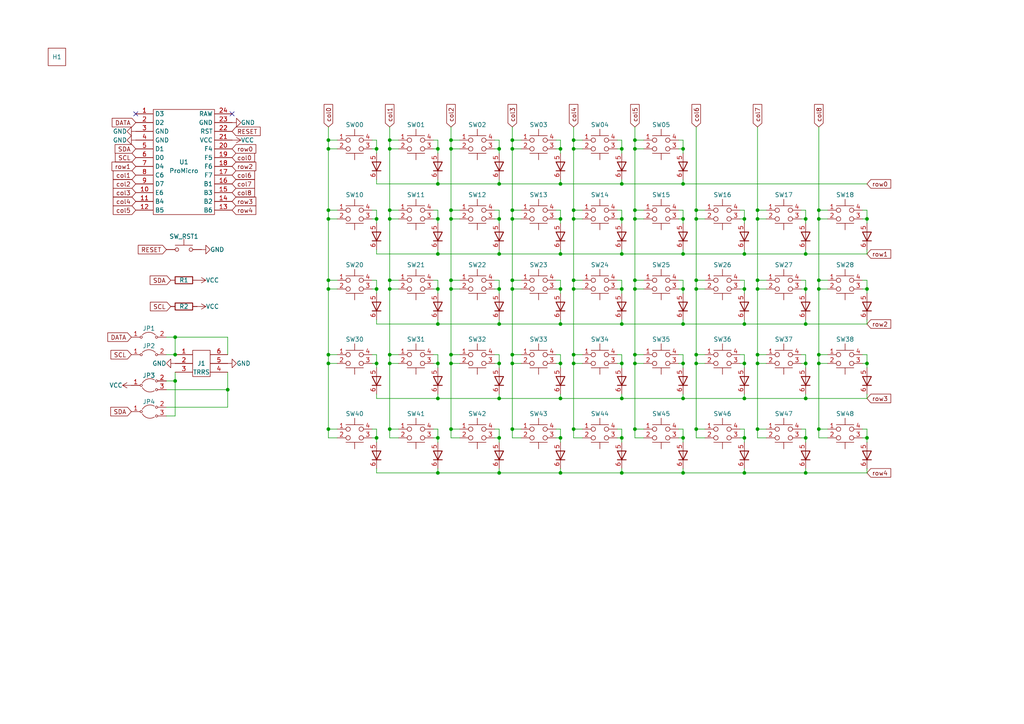
<source format=kicad_sch>
(kicad_sch (version 20230121) (generator eeschema)
  (paper "A4")
  (lib_symbols
    (symbol "Device:R" (pin_numbers hide) (pin_names (offset 0))
      (property "Reference" "R" (at 2.032 0 90))
      (property "Value" "R" (at 0 0 90))
      (symbol "R_0_1"
        (rectangle (start -1.016 -2.54) (end 1.016 2.54) (stroke (width 0.254)))
      )
      (symbol "R_1_1"
        (pin passive line (at 0 3.81 270) (length 1.27) (name "~") (number "1"))
        (pin passive line (at 0 -3.81 90) (length 1.27) (name "~") (number "2"))
      )
    )
    (symbol "keyboard:Jumper"
      (property "Reference" "JP" (at 0 2.54 0))
      (symbol "Jumper_0_1"
        (circle (center -2.2225 0) (radius 0.3175))
        (arc (start 1.905 0.635) (mid 0 1.4204) (end -1.905 0.635))
        (circle (center 2.2225 0) (radius 0.3175))
      )
      (symbol "Jumper_1_1"
        (pin passive line (at -5.08 0 0) (length 2.54) (name "") (number "1"))
        (pin passive line (at 5.08 0 180) (length 2.54) (name "") (number "2"))
      )
    )
    (symbol "keyboard:JumperSplit"
      (property "Reference" "JP" (at 0 2.8575 0))
      (symbol "JumperSplit_0_1"
        (circle (center -2.2225 0) (radius 0.3175))
        (arc (start -1.905 -0.635) (mid -0.356 -1.8346) (end 1.5875 -1.5875))
        (arc (start 1.5875 1.5875) (mid -0.356 1.8346) (end -1.905 0.635))
        (circle (center 2.2225 -1.27) (radius 0.3175))
        (circle (center 2.2225 1.27) (radius 0.3175))
      )
      (symbol "JumperSplit_1_1"
        (pin passive line (at -5.08 0 0) (length 2.54) (name "") (number "1"))
        (pin passive line (at 5.08 1.27 180) (length 2.54) (name "") (number "2"))
        (pin passive line (at 5.08 -1.27 180) (length 2.54) (name "") (number "3"))
      )
    )
    (symbol "keyboard:Key"
      (property "Reference" "SW" (at 0 5.715 0))
      (property "Value" "Key" (at 0 -5.715 0))
      (symbol "Key_0_1"
        (circle (center -1.905 -1.27) (radius 0.635))
        (circle (center -1.905 1.27) (radius 0.635))
        (polyline (pts (xy -2.54 -2.54) (xy 2.54 -2.54)))
        (polyline (pts (xy -2.54 2.54) (xy 2.54 2.54)))
        (polyline (pts (xy 0 -4.445) (xy 0 -2.54)))
        (polyline (pts (xy 0 2.54) (xy 0 4.445)))
        (polyline (pts (xy 5.08 -7.62) (xy 7.62 -7.62)) (stroke (width 0.254)))
        (polyline (pts (xy 6.35 -5.08) (xy 6.35 -7.62)))
        (polyline (pts (xy 5.08 -5.08) (xy 7.62 -5.08) (xy 6.35 -7.62) (xy 5.08 -5.08)) (stroke (width 0.254)))
        (circle (center 1.905 -1.27) (radius 0.635))
        (circle (center 1.905 1.27) (radius 0.635))
      )
      (symbol "Key_1_1"
        (pin bidirectional line (at -5.08 1.27 0) (length 2.54) (name "") (number "1"))
        (pin bidirectional line (at -5.08 -1.27 0) (length 2.54) (name "") (number "2"))
        (pin bidirectional line (at 5.08 -1.27 180) (length 2.54) (name "") (number "3"))
        (pin bidirectional line (at 5.08 1.27 180) (length 2.54) (name "") (number "4"))
        (pin bidirectional line (at 6.35 -2.54 270) (length 2.54) (name "") (number "5"))
        (pin bidirectional line (at 6.35 -10.16 90) (length 2.54) (name "") (number "6"))
      )
    )
    (symbol "keyboard:PJ-320A"
      (property "Reference" "J" (at 0 0 0))
      (property "Value" "TRRS" (at 0 -2.54 0))
      (symbol "PJ-320A_0_1"
        (rectangle (start -2.54 3.81) (end 2.54 -3.81))
      )
      (symbol "PJ-320A_1_1"
        (pin bidirectional line (at -7.62 2.54 0) (length 5.08) (name "") (number "1"))
        (pin bidirectional line (at -7.62 0 0) (length 5.08) (name "") (number "2"))
        (pin bidirectional line (at -7.62 -2.54 0) (length 5.08) (name "") (number "3"))
        (pin bidirectional line (at 7.62 -2.54 180) (length 5.08) (name "") (number "4"))
        (pin bidirectional line (at 7.62 0 180) (length 5.08) (name "") (number "5"))
        (pin bidirectional line (at 7.62 2.54 180) (length 5.08) (name "") (number "6"))
      )
    )
    (symbol "keyboard:ProMicro"
      (property "Reference" "U" (at 0 0 0))
      (property "Value" "ProMicro" (at 0 -2.54 0))
      (symbol "ProMicro_0_1"
        (rectangle (start -8.89 15.24) (end 8.89 -15.24))
      )
      (symbol "ProMicro_1_1"
        (pin bidirectional line (at -13.97 13.97 0) (length 5.08) (name "D3") (number "1"))
        (pin bidirectional line (at -13.97 -8.89 0) (length 5.08) (name "E6") (number "10"))
        (pin bidirectional line (at -13.97 -11.43 0) (length 5.08) (name "B4") (number "11"))
        (pin bidirectional line (at -13.97 -13.97 0) (length 5.08) (name "B5") (number "12"))
        (pin bidirectional line (at 13.97 -13.97 180) (length 5.08) (name "B6") (number "13"))
        (pin bidirectional line (at 13.97 -11.43 180) (length 5.08) (name "B2") (number "14"))
        (pin bidirectional line (at 13.97 -8.89 180) (length 5.08) (name "B3") (number "15"))
        (pin bidirectional line (at 13.97 -6.35 180) (length 5.08) (name "B1") (number "16"))
        (pin bidirectional line (at 13.97 -3.81 180) (length 5.08) (name "F7") (number "17"))
        (pin bidirectional line (at 13.97 -1.27 180) (length 5.08) (name "F6") (number "18"))
        (pin bidirectional line (at 13.97 1.27 180) (length 5.08) (name "F5") (number "19"))
        (pin bidirectional line (at -13.97 11.43 0) (length 5.08) (name "D2") (number "2"))
        (pin bidirectional line (at 13.97 3.81 180) (length 5.08) (name "F4") (number "20"))
        (pin power_out line (at 13.97 6.35 180) (length 5.08) (name "VCC") (number "21"))
        (pin bidirectional line (at 13.97 8.89 180) (length 5.08) (name "RST") (number "22"))
        (pin power_out line (at 13.97 11.43 180) (length 5.08) (name "GND") (number "23"))
        (pin bidirectional line (at 13.97 13.97 180) (length 5.08) (name "RAW") (number "24"))
        (pin power_out line (at -13.97 8.89 0) (length 5.08) (name "GND") (number "3"))
        (pin power_out line (at -13.97 6.35 0) (length 5.08) (name "GND") (number "4"))
        (pin bidirectional line (at -13.97 3.81 0) (length 5.08) (name "D1") (number "5"))
        (pin bidirectional line (at -13.97 1.27 0) (length 5.08) (name "D0") (number "6"))
        (pin bidirectional line (at -13.97 -1.27 0) (length 5.08) (name "D4") (number "7"))
        (pin bidirectional line (at -13.97 -3.81 0) (length 5.08) (name "C6") (number "8"))
        (pin bidirectional line (at -13.97 -6.35 0) (length 5.08) (name "D7") (number "9"))
      )
    )
    (symbol "keyboard:RightPate"
      (property "Reference" "H" (at 0 0 0))
      (symbol "RightPate_0_1"
        (rectangle (start -2.54 2.54) (end 2.54 -2.54))
      )
    )
    (symbol "keyboard:SW_Push" (pin_numbers hide) (pin_names (offset 1.016) hide)
      (property "Reference" "SW_RST1" (at 0 3.81 0))
      (symbol "SW_Push_0_1"
        (circle (center -2.032 0) (radius 0.508))
        (polyline (pts (xy 0 1.27) (xy 0 3.048)))
        (polyline (pts (xy 2.54 1.27) (xy -2.54 1.27)))
        (circle (center 2.032 0) (radius 0.508))
        (pin passive line (at -5.08 0 0) (length 2.54) (name "1") (number "1"))
        (pin passive line (at 5.08 0 180) (length 2.54) (name "2") (number "2"))
      )
    )
    (symbol "power:GND" (power) (pin_names (offset 0))
      (property "Value" "GND" (at 0 -3.81 0))
      (symbol "GND_0_1"
        (polyline (pts (xy 0 0) (xy 0 -1.27) (xy 1.27 -1.27) (xy 0 -2.54) (xy -1.27 -1.27) (xy 0 -1.27)))
      )
      (symbol "GND_1_1"
        (pin power_in line (at 0 0 270) (length 0) hide (name "GND") (number "1"))
      )
    )
    (symbol "power:VCC" (power) (pin_names (offset 0))
      (property "Value" "VCC" (at 0 3.81 0))
      (symbol "VCC_0_1"
        (polyline (pts (xy -0.762 1.27) (xy 0 2.54)))
        (polyline (pts (xy 0 0) (xy 0 2.54)))
        (polyline (pts (xy 0 2.54) (xy 0.762 1.27)))
      )
      (symbol "VCC_1_1"
        (pin power_in line (at 0 0 90) (length 0) hide (name "VCC") (number "1"))
      )
    )
  )
  (junction (at 233.68 63.5))
  (junction (at 219.71 81.28))
  (junction (at 184.15 43.18))
  (junction (at 95.25 124.46))
  (junction (at 237.49 102.87))
  (junction (at 184.15 60.96))
  (junction (at 251.46 127))
  (junction (at 166.37 60.96))
  (junction (at 166.37 40.64))
  (junction (at 148.59 60.96))
  (junction (at 201.93 63.5))
  (junction (at 148.59 102.87))
  (junction (at 130.81 105.41))
  (junction (at 162.56 93.98))
  (junction (at 130.81 124.46))
  (junction (at 184.15 81.28))
  (junction (at 144.78 115.57))
  (junction (at 144.78 137.16))
  (junction (at 162.56 137.16))
  (junction (at 66.04 113.03))
  (junction (at 127 115.57))
  (junction (at 95.25 102.87))
  (junction (at 148.59 63.5))
  (junction (at 201.93 105.41))
  (junction (at 166.37 83.82))
  (junction (at 113.03 40.64))
  (junction (at 109.22 83.82))
  (junction (at 166.37 124.46))
  (junction (at 130.81 63.5))
  (junction (at 130.81 40.64))
  (junction (at 144.78 83.82))
  (junction (at 130.81 60.96))
  (junction (at 237.49 105.41))
  (junction (at 109.22 105.41))
  (junction (at 233.68 137.16))
  (junction (at 162.56 43.18))
  (junction (at 237.49 63.5))
  (junction (at 95.25 63.5))
  (junction (at 184.15 83.82))
  (junction (at 251.46 83.82))
  (junction (at 113.03 105.41))
  (junction (at 148.59 40.64))
  (junction (at 180.34 137.16))
  (junction (at 184.15 105.41))
  (junction (at 184.15 40.64))
  (junction (at 95.25 105.41))
  (junction (at 215.9 127))
  (junction (at 166.37 63.5))
  (junction (at 180.34 83.82))
  (junction (at 215.9 93.98))
  (junction (at 130.81 102.87))
  (junction (at 180.34 115.57))
  (junction (at 144.78 105.41))
  (junction (at 219.71 105.41))
  (junction (at 162.56 115.57))
  (junction (at 109.22 63.5))
  (junction (at 148.59 105.41))
  (junction (at 198.12 73.66))
  (junction (at 148.59 81.28))
  (junction (at 113.03 102.87))
  (junction (at 184.15 102.87))
  (junction (at 95.25 83.82))
  (junction (at 162.56 63.5))
  (junction (at 215.9 115.57))
  (junction (at 233.68 115.57))
  (junction (at 162.56 127))
  (junction (at 219.71 60.96))
  (junction (at 144.78 43.18))
  (junction (at 166.37 43.18))
  (junction (at 201.93 81.28))
  (junction (at 198.12 83.82))
  (junction (at 198.12 43.18))
  (junction (at 95.25 40.64))
  (junction (at 127 63.5))
  (junction (at 198.12 53.34))
  (junction (at 162.56 53.34))
  (junction (at 198.12 93.98))
  (junction (at 198.12 63.5))
  (junction (at 95.25 81.28))
  (junction (at 198.12 115.57))
  (junction (at 144.78 73.66))
  (junction (at 166.37 102.87))
  (junction (at 198.12 127))
  (junction (at 219.71 124.46))
  (junction (at 180.34 43.18))
  (junction (at 109.22 43.18))
  (junction (at 219.71 83.82))
  (junction (at 109.22 127))
  (junction (at 127 127))
  (junction (at 180.34 73.66))
  (junction (at 127 53.34))
  (junction (at 127 93.98))
  (junction (at 130.81 81.28))
  (junction (at 219.71 63.5))
  (junction (at 113.03 81.28))
  (junction (at 180.34 63.5))
  (junction (at 215.9 63.5))
  (junction (at 201.93 60.96))
  (junction (at 127 73.66))
  (junction (at 215.9 83.82))
  (junction (at 95.25 60.96))
  (junction (at 201.93 124.46))
  (junction (at 162.56 105.41))
  (junction (at 113.03 124.46))
  (junction (at 127 137.16))
  (junction (at 233.68 83.82))
  (junction (at 215.9 73.66))
  (junction (at 162.56 73.66))
  (junction (at 50.8 102.87))
  (junction (at 184.15 124.46))
  (junction (at 148.59 124.46))
  (junction (at 233.68 93.98))
  (junction (at 162.56 83.82))
  (junction (at 130.81 83.82))
  (junction (at 127 105.41))
  (junction (at 233.68 73.66))
  (junction (at 180.34 127))
  (junction (at 219.71 102.87))
  (junction (at 50.8 110.49))
  (junction (at 166.37 105.41))
  (junction (at 113.03 43.18))
  (junction (at 148.59 83.82))
  (junction (at 148.59 43.18))
  (junction (at 130.81 43.18))
  (junction (at 198.12 137.16))
  (junction (at 251.46 63.5))
  (junction (at 251.46 105.41))
  (junction (at 113.03 83.82))
  (junction (at 144.78 127))
  (junction (at 184.15 63.5))
  (junction (at 127 83.82))
  (junction (at 144.78 53.34))
  (junction (at 144.78 93.98))
  (junction (at 180.34 105.41))
  (junction (at 127 43.18))
  (junction (at 201.93 83.82))
  (junction (at 113.03 63.5))
  (junction (at 233.68 127))
  (junction (at 215.9 137.16))
  (junction (at 50.8 97.79))
  (junction (at 233.68 105.41))
  (junction (at 166.37 81.28))
  (junction (at 215.9 105.41))
  (junction (at 144.78 63.5))
  (junction (at 237.49 81.28))
  (junction (at 237.49 124.46))
  (junction (at 198.12 105.41))
  (junction (at 180.34 93.98))
  (junction (at 180.34 53.34))
  (junction (at 237.49 83.82))
  (junction (at 237.49 60.96))
  (junction (at 113.03 60.96))
  (junction (at 201.93 102.87))
  (junction (at 95.25 43.18))
  (no_connect (at 67.31 33.02))
  (no_connect (at 39.37 33.02))
  (wire (pts (xy 162.56 53.34) (xy 180.34 53.34)))
  (wire (pts (xy 148.59 63.5) (xy 148.59 81.28)))
  (wire (pts (xy 127 124.46) (xy 127 127)))
  (wire (pts (xy 95.25 40.64) (xy 95.25 43.18)))
  (wire (pts (xy 198.12 60.96) (xy 198.12 63.5)))
  (wire (pts (xy 219.71 81.28) (xy 222.25 81.28)))
  (wire (pts (xy 198.12 73.66) (xy 180.34 73.66)))
  (wire (pts (xy 233.68 102.87) (xy 233.68 105.41)))
  (wire (pts (xy 180.34 40.64) (xy 180.34 43.18)))
  (wire (pts (xy 232.41 102.87) (xy 233.68 102.87)))
  (wire (pts (xy 250.19 105.41) (xy 251.46 105.41)))
  (wire (pts (xy 109.22 63.5) (xy 109.22 64.77)))
  (wire (pts (xy 180.34 81.28) (xy 180.34 83.82)))
  (wire (pts (xy 113.03 124.46) (xy 115.57 124.46)))
  (wire (pts (xy 219.71 60.96) (xy 219.71 63.5)))
  (wire (pts (xy 161.29 60.96) (xy 162.56 60.96)))
  (wire (pts (xy 166.37 105.41) (xy 166.37 124.46)))
  (wire (pts (xy 143.51 124.46) (xy 144.78 124.46)))
  (wire (pts (xy 184.15 83.82) (xy 184.15 102.87)))
  (wire (pts (xy 184.15 124.46) (xy 184.15 127)))
  (wire (pts (xy 151.13 127) (xy 148.59 127)))
  (wire (pts (xy 219.71 81.28) (xy 219.71 83.82)))
  (wire (pts (xy 186.69 63.5) (xy 184.15 63.5)))
  (wire (pts (xy 250.19 124.46) (xy 251.46 124.46)))
  (wire (pts (xy 219.71 124.46) (xy 222.25 124.46)))
  (wire (pts (xy 95.25 43.18) (xy 95.25 60.96)))
  (wire (pts (xy 144.78 60.96) (xy 144.78 63.5)))
  (wire (pts (xy 237.49 124.46) (xy 240.03 124.46)))
  (wire (pts (xy 251.46 127) (xy 251.46 128.27)))
  (wire (pts (xy 179.07 63.5) (xy 180.34 63.5)))
  (wire (pts (xy 219.71 105.41) (xy 219.71 124.46)))
  (wire (pts (xy 66.04 97.79) (xy 66.04 102.87)))
  (wire (pts (xy 161.29 127) (xy 162.56 127)))
  (wire (pts (xy 48.26 118.11) (xy 66.04 118.11)))
  (wire (pts (xy 250.19 60.96) (xy 251.46 60.96)))
  (wire (pts (xy 130.81 102.87) (xy 133.35 102.87)))
  (wire (pts (xy 162.56 83.82) (xy 162.56 85.09)))
  (wire (pts (xy 109.22 105.41) (xy 109.22 106.68)))
  (wire (pts (xy 215.9 83.82) (xy 215.9 85.09)))
  (wire (pts (xy 201.93 81.28) (xy 204.47 81.28)))
  (wire (pts (xy 180.34 63.5) (xy 180.34 64.77)))
  (wire (pts (xy 115.57 105.41) (xy 113.03 105.41)))
  (wire (pts (xy 180.34 93.98) (xy 162.56 93.98)))
  (wire (pts (xy 144.78 72.39) (xy 144.78 73.66)))
  (wire (pts (xy 184.15 60.96) (xy 186.69 60.96)))
  (wire (pts (xy 166.37 36.83) (xy 166.37 40.64)))
  (wire (pts (xy 215.9 105.41) (xy 215.9 106.68)))
  (wire (pts (xy 179.07 105.41) (xy 180.34 105.41)))
  (wire (pts (xy 130.81 40.64) (xy 130.81 43.18)))
  (wire (pts (xy 166.37 60.96) (xy 168.91 60.96)))
  (wire (pts (xy 125.73 43.18) (xy 127 43.18)))
  (wire (pts (xy 130.81 124.46) (xy 133.35 124.46)))
  (wire (pts (xy 233.68 135.89) (xy 233.68 137.16)))
  (wire (pts (xy 198.12 53.34) (xy 251.46 53.34)))
  (wire (pts (xy 127 72.39) (xy 127 73.66)))
  (wire (pts (xy 127 52.07) (xy 127 53.34)))
  (wire (pts (xy 125.73 124.46) (xy 127 124.46)))
  (wire (pts (xy 107.95 124.46) (xy 109.22 124.46)))
  (wire (pts (xy 179.07 60.96) (xy 180.34 60.96)))
  (wire (pts (xy 107.95 102.87) (xy 109.22 102.87)))
  (wire (pts (xy 251.46 83.82) (xy 251.46 85.09)))
  (wire (pts (xy 127 114.3) (xy 127 115.57)))
  (wire (pts (xy 109.22 52.07) (xy 109.22 53.34)))
  (wire (pts (xy 50.8 97.79) (xy 50.8 102.87)))
  (wire (pts (xy 214.63 124.46) (xy 215.9 124.46)))
  (wire (pts (xy 95.25 40.64) (xy 97.79 40.64)))
  (wire (pts (xy 144.78 92.71) (xy 144.78 93.98)))
  (wire (pts (xy 143.51 63.5) (xy 144.78 63.5)))
  (wire (pts (xy 113.03 105.41) (xy 113.03 124.46)))
  (wire (pts (xy 201.93 83.82) (xy 201.93 102.87)))
  (wire (pts (xy 95.25 124.46) (xy 97.79 124.46)))
  (wire (pts (xy 251.46 115.57) (xy 233.68 115.57)))
  (wire (pts (xy 201.93 102.87) (xy 201.93 105.41)))
  (wire (pts (xy 251.46 63.5) (xy 251.46 64.77)))
  (wire (pts (xy 186.69 127) (xy 184.15 127)))
  (wire (pts (xy 162.56 81.28) (xy 162.56 83.82)))
  (wire (pts (xy 125.73 105.41) (xy 127 105.41)))
  (wire (pts (xy 198.12 124.46) (xy 198.12 127)))
  (wire (pts (xy 201.93 81.28) (xy 201.93 83.82)))
  (wire (pts (xy 251.46 135.89) (xy 251.46 137.16)))
  (wire (pts (xy 107.95 43.18) (xy 109.22 43.18)))
  (wire (pts (xy 214.63 83.82) (xy 215.9 83.82)))
  (wire (pts (xy 237.49 63.5) (xy 237.49 81.28)))
  (wire (pts (xy 237.49 81.28) (xy 240.03 81.28)))
  (wire (pts (xy 166.37 63.5) (xy 166.37 81.28)))
  (wire (pts (xy 109.22 53.34) (xy 127 53.34)))
  (wire (pts (xy 151.13 105.41) (xy 148.59 105.41)))
  (wire (pts (xy 184.15 124.46) (xy 186.69 124.46)))
  (wire (pts (xy 109.22 43.18) (xy 109.22 44.45)))
  (wire (pts (xy 179.07 81.28) (xy 180.34 81.28)))
  (wire (pts (xy 127 40.64) (xy 127 43.18)))
  (wire (pts (xy 184.15 40.64) (xy 184.15 43.18)))
  (wire (pts (xy 251.46 93.98) (xy 233.68 93.98)))
  (wire (pts (xy 148.59 40.64) (xy 148.59 43.18)))
  (wire (pts (xy 130.81 124.46) (xy 130.81 127)))
  (wire (pts (xy 219.71 63.5) (xy 219.71 81.28)))
  (wire (pts (xy 130.81 102.87) (xy 130.81 105.41)))
  (wire (pts (xy 198.12 135.89) (xy 198.12 137.16)))
  (wire (pts (xy 233.68 124.46) (xy 233.68 127)))
  (wire (pts (xy 130.81 36.83) (xy 130.81 40.64)))
  (wire (pts (xy 214.63 81.28) (xy 215.9 81.28)))
  (wire (pts (xy 115.57 83.82) (xy 113.03 83.82)))
  (wire (pts (xy 166.37 81.28) (xy 168.91 81.28)))
  (wire (pts (xy 127 127) (xy 127 128.27)))
  (wire (pts (xy 251.46 124.46) (xy 251.46 127)))
  (wire (pts (xy 198.12 81.28) (xy 198.12 83.82)))
  (wire (pts (xy 233.68 63.5) (xy 233.68 64.77)))
  (wire (pts (xy 232.41 60.96) (xy 233.68 60.96)))
  (wire (pts (xy 162.56 127) (xy 162.56 128.27)))
  (wire (pts (xy 113.03 43.18) (xy 113.03 60.96)))
  (wire (pts (xy 127 105.41) (xy 127 106.68)))
  (wire (pts (xy 184.15 102.87) (xy 186.69 102.87)))
  (wire (pts (xy 166.37 102.87) (xy 166.37 105.41)))
  (wire (pts (xy 219.71 36.83) (xy 219.71 60.96)))
  (wire (pts (xy 161.29 43.18) (xy 162.56 43.18)))
  (wire (pts (xy 144.78 105.41) (xy 144.78 106.68)))
  (wire (pts (xy 233.68 81.28) (xy 233.68 83.82)))
  (wire (pts (xy 215.9 92.71) (xy 215.9 93.98)))
  (wire (pts (xy 130.81 81.28) (xy 130.81 83.82)))
  (wire (pts (xy 144.78 81.28) (xy 144.78 83.82)))
  (wire (pts (xy 184.15 81.28) (xy 186.69 81.28)))
  (wire (pts (xy 251.46 92.71) (xy 251.46 93.98)))
  (wire (pts (xy 196.85 124.46) (xy 198.12 124.46)))
  (wire (pts (xy 148.59 105.41) (xy 148.59 124.46)))
  (wire (pts (xy 148.59 36.83) (xy 148.59 40.64)))
  (wire (pts (xy 251.46 137.16) (xy 233.68 137.16)))
  (wire (pts (xy 180.34 102.87) (xy 180.34 105.41)))
  (wire (pts (xy 237.49 36.83) (xy 237.49 60.96)))
  (wire (pts (xy 95.25 36.83) (xy 95.25 40.64)))
  (wire (pts (xy 143.51 83.82) (xy 144.78 83.82)))
  (wire (pts (xy 162.56 60.96) (xy 162.56 63.5)))
  (wire (pts (xy 161.29 83.82) (xy 162.56 83.82)))
  (wire (pts (xy 196.85 102.87) (xy 198.12 102.87)))
  (wire (pts (xy 196.85 83.82) (xy 198.12 83.82)))
  (wire (pts (xy 166.37 40.64) (xy 168.91 40.64)))
  (wire (pts (xy 180.34 124.46) (xy 180.34 127)))
  (wire (pts (xy 180.34 137.16) (xy 162.56 137.16)))
  (wire (pts (xy 251.46 81.28) (xy 251.46 83.82)))
  (wire (pts (xy 161.29 102.87) (xy 162.56 102.87)))
  (wire (pts (xy 222.25 105.41) (xy 219.71 105.41)))
  (wire (pts (xy 148.59 81.28) (xy 148.59 83.82)))
  (wire (pts (xy 144.78 135.89) (xy 144.78 137.16)))
  (wire (pts (xy 109.22 115.57) (xy 127 115.57)))
  (wire (pts (xy 215.9 114.3) (xy 215.9 115.57)))
  (wire (pts (xy 180.34 135.89) (xy 180.34 137.16)))
  (wire (pts (xy 180.34 73.66) (xy 162.56 73.66)))
  (wire (pts (xy 232.41 127) (xy 233.68 127)))
  (wire (pts (xy 162.56 135.89) (xy 162.56 137.16)))
  (wire (pts (xy 162.56 43.18) (xy 162.56 44.45)))
  (wire (pts (xy 127 92.71) (xy 127 93.98)))
  (wire (pts (xy 148.59 40.64) (xy 151.13 40.64)))
  (wire (pts (xy 240.03 83.82) (xy 237.49 83.82)))
  (wire (pts (xy 214.63 105.41) (xy 215.9 105.41)))
  (wire (pts (xy 148.59 83.82) (xy 148.59 102.87)))
  (wire (pts (xy 50.8 102.87) (xy 48.26 102.87)))
  (wire (pts (xy 115.57 127) (xy 113.03 127)))
  (wire (pts (xy 50.8 110.49) (xy 50.8 107.95)))
  (wire (pts (xy 196.85 43.18) (xy 198.12 43.18)))
  (wire (pts (xy 130.81 105.41) (xy 130.81 124.46)))
  (wire (pts (xy 204.47 105.41) (xy 201.93 105.41)))
  (wire (pts (xy 215.9 93.98) (xy 198.12 93.98)))
  (wire (pts (xy 184.15 81.28) (xy 184.15 83.82)))
  (wire (pts (xy 180.34 60.96) (xy 180.34 63.5)))
  (wire (pts (xy 201.93 60.96) (xy 204.47 60.96)))
  (wire (pts (xy 107.95 63.5) (xy 109.22 63.5)))
  (wire (pts (xy 144.78 83.82) (xy 144.78 85.09)))
  (wire (pts (xy 166.37 60.96) (xy 166.37 63.5)))
  (wire (pts (xy 107.95 60.96) (xy 109.22 60.96)))
  (wire (pts (xy 168.91 127) (xy 166.37 127)))
  (wire (pts (xy 215.9 115.57) (xy 198.12 115.57)))
  (wire (pts (xy 107.95 81.28) (xy 109.22 81.28)))
  (wire (pts (xy 127 115.57) (xy 144.78 115.57)))
  (wire (pts (xy 95.25 81.28) (xy 95.25 83.82)))
  (wire (pts (xy 232.41 63.5) (xy 233.68 63.5)))
  (wire (pts (xy 125.73 83.82) (xy 127 83.82)))
  (wire (pts (xy 179.07 124.46) (xy 180.34 124.46)))
  (wire (pts (xy 166.37 81.28) (xy 166.37 83.82)))
  (wire (pts (xy 148.59 124.46) (xy 148.59 127)))
  (wire (pts (xy 107.95 83.82) (xy 109.22 83.82)))
  (wire (pts (xy 251.46 72.39) (xy 251.46 73.66)))
  (wire (pts (xy 184.15 40.64) (xy 186.69 40.64)))
  (wire (pts (xy 215.9 127) (xy 215.9 128.27)))
  (wire (pts (xy 215.9 124.46) (xy 215.9 127)))
  (wire (pts (xy 133.35 63.5) (xy 130.81 63.5)))
  (wire (pts (xy 130.81 60.96) (xy 130.81 63.5)))
  (wire (pts (xy 161.29 40.64) (xy 162.56 40.64)))
  (wire (pts (xy 143.51 60.96) (xy 144.78 60.96)))
  (wire (pts (xy 130.81 40.64) (xy 133.35 40.64)))
  (wire (pts (xy 233.68 137.16) (xy 215.9 137.16)))
  (wire (pts (xy 222.25 63.5) (xy 219.71 63.5)))
  (wire (pts (xy 148.59 124.46) (xy 151.13 124.46)))
  (wire (pts (xy 144.78 40.64) (xy 144.78 43.18)))
  (wire (pts (xy 162.56 93.98) (xy 144.78 93.98)))
  (wire (pts (xy 113.03 36.83) (xy 113.03 40.64)))
  (wire (pts (xy 179.07 40.64) (xy 180.34 40.64)))
  (wire (pts (xy 48.26 120.65) (xy 50.8 120.65)))
  (wire (pts (xy 109.22 127) (xy 109.22 128.27)))
  (wire (pts (xy 127 93.98) (xy 144.78 93.98)))
  (wire (pts (xy 109.22 114.3) (xy 109.22 115.57)))
  (wire (pts (xy 143.51 40.64) (xy 144.78 40.64)))
  (wire (pts (xy 166.37 83.82) (xy 166.37 102.87)))
  (wire (pts (xy 237.49 81.28) (xy 237.49 83.82)))
  (wire (pts (xy 180.34 92.71) (xy 180.34 93.98)))
  (wire (pts (xy 251.46 60.96) (xy 251.46 63.5)))
  (wire (pts (xy 215.9 73.66) (xy 198.12 73.66)))
  (wire (pts (xy 115.57 63.5) (xy 113.03 63.5)))
  (wire (pts (xy 148.59 43.18) (xy 148.59 60.96)))
  (wire (pts (xy 125.73 102.87) (xy 127 102.87)))
  (wire (pts (xy 219.71 102.87) (xy 222.25 102.87)))
  (wire (pts (xy 113.03 81.28) (xy 113.03 83.82)))
  (wire (pts (xy 237.49 60.96) (xy 240.03 60.96)))
  (wire (pts (xy 233.68 105.41) (xy 233.68 106.68)))
  (wire (pts (xy 50.8 97.79) (xy 66.04 97.79)))
  (wire (pts (xy 143.51 127) (xy 144.78 127)))
  (wire (pts (xy 180.34 72.39) (xy 180.34 73.66)))
  (wire (pts (xy 109.22 60.96) (xy 109.22 63.5)))
  (wire (pts (xy 130.81 60.96) (xy 133.35 60.96)))
  (wire (pts (xy 144.78 114.3) (xy 144.78 115.57)))
  (wire (pts (xy 125.73 81.28) (xy 127 81.28)))
  (wire (pts (xy 196.85 81.28) (xy 198.12 81.28)))
  (wire (pts (xy 198.12 105.41) (xy 198.12 106.68)))
  (wire (pts (xy 127 137.16) (xy 144.78 137.16)))
  (wire (pts (xy 166.37 43.18) (xy 166.37 60.96)))
  (wire (pts (xy 127 81.28) (xy 127 83.82)))
  (wire (pts (xy 48.26 113.03) (xy 66.04 113.03)))
  (wire (pts (xy 198.12 93.98) (xy 180.34 93.98)))
  (wire (pts (xy 109.22 92.71) (xy 109.22 93.98)))
  (wire (pts (xy 198.12 63.5) (xy 198.12 64.77)))
  (wire (pts (xy 215.9 135.89) (xy 215.9 137.16)))
  (wire (pts (xy 184.15 63.5) (xy 184.15 81.28)))
  (wire (pts (xy 162.56 53.34) (xy 144.78 53.34)))
  (wire (pts (xy 113.03 63.5) (xy 113.03 81.28)))
  (wire (pts (xy 97.79 127) (xy 95.25 127)))
  (wire (pts (xy 127 43.18) (xy 127 44.45)))
  (wire (pts (xy 215.9 72.39) (xy 215.9 73.66)))
  (wire (pts (xy 144.78 52.07) (xy 144.78 53.34)))
  (wire (pts (xy 214.63 127) (xy 215.9 127)))
  (wire (pts (xy 143.51 102.87) (xy 144.78 102.87)))
  (wire (pts (xy 95.25 102.87) (xy 97.79 102.87)))
  (wire (pts (xy 233.68 72.39) (xy 233.68 73.66)))
  (wire (pts (xy 215.9 60.96) (xy 215.9 63.5)))
  (wire (pts (xy 113.03 124.46) (xy 113.03 127)))
  (wire (pts (xy 133.35 43.18) (xy 130.81 43.18)))
  (wire (pts (xy 201.93 124.46) (xy 201.93 127)))
  (wire (pts (xy 184.15 60.96) (xy 184.15 63.5)))
  (wire (pts (xy 162.56 115.57) (xy 144.78 115.57)))
  (wire (pts (xy 125.73 127) (xy 127 127)))
  (wire (pts (xy 180.34 43.18) (xy 179.07 43.18)))
  (wire (pts (xy 201.93 124.46) (xy 204.47 124.46)))
  (wire (pts (xy 109.22 135.89) (xy 109.22 137.16)))
  (wire (pts (xy 162.56 105.41) (xy 162.56 106.68)))
  (wire (pts (xy 161.29 81.28) (xy 162.56 81.28)))
  (wire (pts (xy 168.91 105.41) (xy 166.37 105.41)))
  (wire (pts (xy 201.93 102.87) (xy 204.47 102.87)))
  (wire (pts (xy 198.12 43.18) (xy 198.12 40.64)))
  (wire (pts (xy 232.41 105.41) (xy 233.68 105.41)))
  (wire (pts (xy 166.37 124.46) (xy 166.37 127)))
  (wire (pts (xy 113.03 81.28) (xy 115.57 81.28)))
  (wire (pts (xy 240.03 127) (xy 237.49 127)))
  (wire (pts (xy 240.03 105.41) (xy 237.49 105.41)))
  (wire (pts (xy 233.68 114.3) (xy 233.68 115.57)))
  (wire (pts (xy 166.37 124.46) (xy 168.91 124.46)))
  (wire (pts (xy 113.03 83.82) (xy 113.03 102.87)))
  (wire (pts (xy 250.19 83.82) (xy 251.46 83.82)))
  (wire (pts (xy 222.25 83.82) (xy 219.71 83.82)))
  (wire (pts (xy 237.49 102.87) (xy 237.49 105.41)))
  (wire (pts (xy 50.8 120.65) (xy 50.8 110.49)))
  (wire (pts (xy 133.35 105.41) (xy 130.81 105.41)))
  (wire (pts (xy 97.79 43.18) (xy 95.25 43.18)))
  (wire (pts (xy 219.71 60.96) (xy 222.25 60.96)))
  (wire (pts (xy 109.22 83.82) (xy 109.22 85.09)))
  (wire (pts (xy 232.41 124.46) (xy 233.68 124.46)))
  (wire (pts (xy 201.93 36.83) (xy 201.93 60.96)))
  (wire (pts (xy 251.46 73.66) (xy 233.68 73.66)))
  (wire (pts (xy 251.46 114.3) (xy 251.46 115.57)))
  (wire (pts (xy 109.22 124.46) (xy 109.22 127)))
  (wire (pts (xy 109.22 102.87) (xy 109.22 105.41)))
  (wire (pts (xy 127 102.87) (xy 127 105.41)))
  (wire (pts (xy 148.59 60.96) (xy 148.59 63.5)))
  (wire (pts (xy 232.41 83.82) (xy 233.68 83.82)))
  (wire (pts (xy 162.56 124.46) (xy 162.56 127)))
  (wire (pts (xy 144.78 63.5) (xy 144.78 64.77)))
  (wire (pts (xy 113.03 102.87) (xy 115.57 102.87)))
  (wire (pts (xy 186.69 105.41) (xy 184.15 105.41)))
  (wire (pts (xy 233.68 60.96) (xy 233.68 63.5)))
  (wire (pts (xy 133.35 127) (xy 130.81 127)))
  (wire (pts (xy 184.15 105.41) (xy 184.15 124.46)))
  (wire (pts (xy 162.56 114.3) (xy 162.56 115.57)))
  (wire (pts (xy 127 83.82) (xy 127 85.09)))
  (wire (pts (xy 180.34 44.45) (xy 180.34 43.18)))
  (wire (pts (xy 127 60.96) (xy 127 63.5)))
  (wire (pts (xy 130.81 63.5) (xy 130.81 81.28)))
  (wire (pts (xy 109.22 40.64) (xy 109.22 43.18)))
  (wire (pts (xy 237.49 105.41) (xy 237.49 124.46)))
  (wire (pts (xy 143.51 105.41) (xy 144.78 105.41)))
  (wire (pts (xy 237.49 83.82) (xy 237.49 102.87)))
  (wire (pts (xy 95.25 83.82) (xy 95.25 102.87)))
  (wire (pts (xy 144.78 124.46) (xy 144.78 127)))
  (wire (pts (xy 233.68 127) (xy 233.68 128.27)))
  (wire (pts (xy 148.59 60.96) (xy 151.13 60.96)))
  (wire (pts (xy 125.73 63.5) (xy 127 63.5)))
  (wire (pts (xy 198.12 52.07) (xy 198.12 53.34)))
  (wire (pts (xy 161.29 124.46) (xy 162.56 124.46)))
  (wire (pts (xy 143.51 43.18) (xy 144.78 43.18)))
  (wire (pts (xy 113.03 60.96) (xy 115.57 60.96)))
  (wire (pts (xy 240.03 63.5) (xy 237.49 63.5)))
  (wire (pts (xy 237.49 102.87) (xy 240.03 102.87)))
  (wire (pts (xy 198.12 83.82) (xy 198.12 85.09)))
  (wire (pts (xy 148.59 102.87) (xy 148.59 105.41)))
  (wire (pts (xy 180.34 52.07) (xy 180.34 53.34)))
  (wire (pts (xy 214.63 60.96) (xy 215.9 60.96)))
  (wire (pts (xy 127 73.66) (xy 144.78 73.66)))
  (wire (pts (xy 66.04 118.11) (xy 66.04 113.03)))
  (wire (pts (xy 201.93 105.41) (xy 201.93 124.46)))
  (wire (pts (xy 233.68 93.98) (xy 215.9 93.98)))
  (wire (pts (xy 179.07 83.82) (xy 180.34 83.82)))
  (wire (pts (xy 95.25 102.87) (xy 95.25 105.41)))
  (wire (pts (xy 162.56 73.66) (xy 144.78 73.66)))
  (wire (pts (xy 215.9 63.5) (xy 215.9 64.77)))
  (wire (pts (xy 237.49 60.96) (xy 237.49 63.5)))
  (wire (pts (xy 95.25 60.96) (xy 97.79 60.96)))
  (wire (pts (xy 198.12 115.57) (xy 180.34 115.57)))
  (wire (pts (xy 186.69 83.82) (xy 184.15 83.82)))
  (wire (pts (xy 180.34 114.3) (xy 180.34 115.57)))
  (wire (pts (xy 250.19 127) (xy 251.46 127)))
  (wire (pts (xy 196.85 63.5) (xy 198.12 63.5)))
  (wire (pts (xy 115.57 43.18) (xy 113.03 43.18)))
  (wire (pts (xy 162.56 92.71) (xy 162.56 93.98)))
  (wire (pts (xy 198.12 137.16) (xy 180.34 137.16)))
  (wire (pts (xy 219.71 124.46) (xy 219.71 127)))
  (wire (pts (xy 162.56 137.16) (xy 144.78 137.16)))
  (wire (pts (xy 250.19 63.5) (xy 251.46 63.5)))
  (wire (pts (xy 250.19 102.87) (xy 251.46 102.87)))
  (wire (pts (xy 251.46 102.87) (xy 251.46 105.41)))
  (wire (pts (xy 127 53.34) (xy 144.78 53.34)))
  (wire (pts (xy 198.12 40.64) (xy 196.85 40.64)))
  (wire (pts (xy 95.25 81.28) (xy 97.79 81.28)))
  (wire (pts (xy 184.15 36.83) (xy 184.15 40.64)))
  (wire (pts (xy 50.8 97.79) (xy 48.26 97.79)))
  (wire (pts (xy 109.22 81.28) (xy 109.22 83.82)))
  (wire (pts (xy 198.12 114.3) (xy 198.12 115.57)))
  (wire (pts (xy 196.85 105.41) (xy 198.12 105.41)))
  (wire (pts (xy 198.12 44.45) (xy 198.12 43.18)))
  (wire (pts (xy 125.73 40.64) (xy 127 40.64)))
  (wire (pts (xy 107.95 40.64) (xy 109.22 40.64)))
  (wire (pts (xy 198.12 127) (xy 198.12 128.27)))
  (wire (pts (xy 109.22 73.66) (xy 127 73.66)))
  (wire (pts (xy 151.13 43.18) (xy 148.59 43.18)))
  (wire (pts (xy 143.51 81.28) (xy 144.78 81.28)))
  (wire (pts (xy 179.07 102.87) (xy 180.34 102.87)))
  (wire (pts (xy 196.85 60.96) (xy 198.12 60.96)))
  (wire (pts (xy 125.73 60.96) (xy 127 60.96)))
  (wire (pts (xy 168.91 83.82) (xy 166.37 83.82)))
  (wire (pts (xy 219.71 83.82) (xy 219.71 102.87)))
  (wire (pts (xy 184.15 43.18) (xy 184.15 60.96)))
  (wire (pts (xy 179.07 127) (xy 180.34 127)))
  (wire (pts (xy 198.12 92.71) (xy 198.12 93.98)))
  (wire (pts (xy 184.15 43.18) (xy 186.69 43.18)))
  (wire (pts (xy 107.95 105.41) (xy 109.22 105.41)))
  (wire (pts (xy 180.34 83.82) (xy 180.34 85.09)))
  (wire (pts (xy 204.47 63.5) (xy 201.93 63.5)))
  (wire (pts (xy 161.29 105.41) (xy 162.56 105.41)))
  (wire (pts (xy 162.56 102.87) (xy 162.56 105.41)))
  (wire (pts (xy 133.35 83.82) (xy 130.81 83.82)))
  (wire (pts (xy 180.34 53.34) (xy 198.12 53.34)))
  (wire (pts (xy 107.95 127) (xy 109.22 127)))
  (wire (pts (xy 162.56 52.07) (xy 162.56 53.34)))
  (wire (pts (xy 144.78 102.87) (xy 144.78 105.41)))
  (wire (pts (xy 166.37 40.64) (xy 166.37 43.18)))
  (wire (pts (xy 95.25 124.46) (xy 95.25 127)))
  (wire (pts (xy 184.15 102.87) (xy 184.15 105.41)))
  (wire (pts (xy 109.22 72.39) (xy 109.22 73.66)))
  (wire (pts (xy 215.9 102.87) (xy 215.9 105.41)))
  (wire (pts (xy 215.9 81.28) (xy 215.9 83.82)))
  (wire (pts (xy 113.03 102.87) (xy 113.03 105.41)))
  (wire (pts (xy 196.85 127) (xy 198.12 127)))
  (wire (pts (xy 233.68 83.82) (xy 233.68 85.09)))
  (wire (pts (xy 97.79 83.82) (xy 95.25 83.82)))
  (wire (pts (xy 166.37 102.87) (xy 168.91 102.87)))
  (wire (pts (xy 233.68 92.71) (xy 233.68 93.98)))
  (wire (pts (xy 180.34 105.41) (xy 180.34 106.68)))
  (wire (pts (xy 95.25 60.96) (xy 95.25 63.5)))
  (wire (pts (xy 151.13 63.5) (xy 148.59 63.5)))
  (wire (pts (xy 130.81 83.82) (xy 130.81 102.87)))
  (wire (pts (xy 237.49 124.46) (xy 237.49 127)))
  (wire (pts (xy 97.79 63.5) (xy 95.25 63.5)))
  (wire (pts (xy 180.34 115.57) (xy 162.56 115.57)))
  (wire (pts (xy 162.56 72.39) (xy 162.56 73.66)))
  (wire (pts (xy 233.68 115.57) (xy 215.9 115.57)))
  (wire (pts (xy 204.47 83.82) (xy 201.93 83.82)))
  (wire (pts (xy 198.12 72.39) (xy 198.12 73.66)))
  (wire (pts (xy 130.81 81.28) (xy 133.35 81.28)))
  (wire (pts (xy 201.93 60.96) (xy 201.93 63.5)))
  (wire (pts (xy 201.93 63.5) (xy 201.93 81.28)))
  (wire (pts (xy 113.03 40.64) (xy 113.03 43.18)))
  (wire (pts (xy 130.81 43.18) (xy 130.81 60.96)))
  (wire (pts (xy 168.91 63.5) (xy 166.37 63.5)))
  (wire (pts (xy 162.56 40.64) (xy 162.56 43.18)))
  (wire (pts (xy 113.03 40.64) (xy 115.57 40.64)))
  (wire (pts (xy 48.26 110.49) (xy 50.8 110.49)))
  (wire (pts (xy 219.71 102.87) (xy 219.71 105.41)))
  (wire (pts (xy 66.04 113.03) (xy 66.04 107.95)))
  (wire (pts (xy 198.12 102.87) (xy 198.12 105.41)))
  (wire (pts (xy 127 135.89) (xy 127 137.16)))
  (wire (pts (xy 95.25 63.5) (xy 95.25 81.28)))
  (wire (pts (xy 127 63.5) (xy 127 64.77)))
  (wire (pts (xy 95.25 105.41) (xy 95.25 124.46)))
  (wire (pts (xy 204.47 127) (xy 201.93 127)))
  (wire (pts (xy 232.41 81.28) (xy 233.68 81.28)))
  (wire (pts (xy 214.63 63.5) (xy 215.9 63.5)))
  (wire (pts (xy 161.29 63.5) (xy 162.56 63.5)))
  (wire (pts (xy 113.03 60.96) (xy 113.03 63.5)))
  (wire (pts (xy 166.37 43.18) (xy 168.91 43.18)))
  (wire (pts (xy 162.56 63.5) (xy 162.56 64.77)))
  (wire (pts (xy 148.59 81.28) (xy 151.13 81.28)))
  (wire (pts (xy 109.22 93.98) (xy 127 93.98)))
  (wire (pts (xy 144.78 43.18) (xy 144.78 44.45)))
  (wire (pts (xy 151.13 83.82) (xy 148.59 83.82)))
  (wire (pts (xy 233.68 73.66) (xy 215.9 73.66)))
  (wire (pts (xy 215.9 137.16) (xy 198.12 137.16)))
  (wire (pts (xy 251.46 105.41) (xy 251.46 106.68)))
  (wire (pts (xy 148.59 102.87) (xy 151.13 102.87)))
  (wire (pts (xy 109.22 137.16) (xy 127 137.16)))
  (wire (pts (xy 250.19 81.28) (xy 251.46 81.28)))
  (wire (pts (xy 144.78 127) (xy 144.78 128.27)))
  (wire (pts (xy 180.34 127) (xy 180.34 128.27)))
  (wire (pts (xy 222.25 127) (xy 219.71 127)))
  (wire (pts (xy 97.79 105.41) (xy 95.25 105.41)))
  (wire (pts (xy 214.63 102.87) (xy 215.9 102.87)))
  (global_label "row3" (shape input) (at 67.31 58.42 0) (property "Intersheetrefs" "${INTERSHEET_REFS}" (effects hide)))
  (global_label "DATA" (shape input) (at 38.1 97.79 180) (property "Intersheetrefs" "${INTERSHEET_REFS}" (effects hide)))
  (global_label "col6" (shape input) (at 201.93 36.83 90) (property "Intersheetrefs" "${INTERSHEET_REFS}" (effects hide)))
  (global_label "col3" (shape input) (at 39.37 55.88 180) (property "Intersheetrefs" "${INTERSHEET_REFS}" (effects hide)))
  (global_label "col3" (shape input) (at 148.59 36.83 90) (property "Intersheetrefs" "${INTERSHEET_REFS}" (effects hide)))
  (global_label "col8" (shape input) (at 237.49 36.83 90) (property "Intersheetrefs" "${INTERSHEET_REFS}" (effects hide)))
  (global_label "SDA" (shape input) (at 39.37 43.18 180) (property "Intersheetrefs" "${INTERSHEET_REFS}" (effects hide)))
  (global_label "col1" (shape input) (at 39.37 50.8 180) (property "Intersheetrefs" "${INTERSHEET_REFS}" (effects hide)))
  (global_label "col6" (shape input) (at 67.31 50.8 0) (property "Intersheetrefs" "${INTERSHEET_REFS}" (effects hide)))
  (global_label "SDA" (shape input) (at 49.53 81.28 180) (property "Intersheetrefs" "${INTERSHEET_REFS}" (effects hide)))
  (global_label "col0" (shape input) (at 67.31 45.72 0) (property "Intersheetrefs" "${INTERSHEET_REFS}" (effects hide)))
  (global_label "col8" (shape input) (at 67.31 55.88 0) (property "Intersheetrefs" "${INTERSHEET_REFS}" (effects hide)))
  (global_label "row1" (shape input) (at 39.37 48.26 180) (property "Intersheetrefs" "${INTERSHEET_REFS}" (effects hide)))
  (global_label "col2" (shape input) (at 130.81 36.83 90) (property "Intersheetrefs" "${INTERSHEET_REFS}" (effects hide)))
  (global_label "SCL" (shape input) (at 38.1 102.87 180) (property "Intersheetrefs" "${INTERSHEET_REFS}" (effects hide)))
  (global_label "row1" (shape input) (at 251.46 73.66 0) (property "Intersheetrefs" "${INTERSHEET_REFS}" (effects hide)))
  (global_label "col4" (shape input) (at 166.37 36.83 90) (property "Intersheetrefs" "${INTERSHEET_REFS}" (effects hide)))
  (global_label "RESET" (shape input) (at 48.26 72.39 180) (property "Intersheetrefs" "${INTERSHEET_REFS}" (effects hide)))
  (global_label "col5" (shape input) (at 184.15 36.83 90) (property "Intersheetrefs" "${INTERSHEET_REFS}" (effects hide)))
  (global_label "row4" (shape input) (at 251.46 137.16 0) (property "Intersheetrefs" "${INTERSHEET_REFS}" (effects hide)))
  (global_label "col1" (shape input) (at 113.03 36.83 90) (property "Intersheetrefs" "${INTERSHEET_REFS}" (effects hide)))
  (global_label "row0" (shape input) (at 251.46 53.34 0) (property "Intersheetrefs" "${INTERSHEET_REFS}" (effects hide)))
  (global_label "row3" (shape input) (at 251.46 115.57 0) (property "Intersheetrefs" "${INTERSHEET_REFS}" (effects hide)))
  (global_label "col7" (shape input) (at 219.71 36.83 90) (property "Intersheetrefs" "${INTERSHEET_REFS}" (effects hide)))
  (global_label "RESET" (shape input) (at 67.31 38.1 0) (property "Intersheetrefs" "${INTERSHEET_REFS}" (effects hide)))
  (global_label "col7" (shape input) (at 67.31 53.34 0) (property "Intersheetrefs" "${INTERSHEET_REFS}" (effects hide)))
  (global_label "col5" (shape input) (at 39.37 60.96 180) (property "Intersheetrefs" "${INTERSHEET_REFS}" (effects hide)))
  (global_label "DATA" (shape input) (at 39.37 35.56 180) (property "Intersheetrefs" "${INTERSHEET_REFS}" (effects hide)))
  (global_label "row2" (shape input) (at 251.46 93.98 0) (property "Intersheetrefs" "${INTERSHEET_REFS}" (effects hide)))
  (global_label "col4" (shape input) (at 39.37 58.42 180) (property "Intersheetrefs" "${INTERSHEET_REFS}" (effects hide)))
  (global_label "row2" (shape input) (at 67.31 48.26 0) (property "Intersheetrefs" "${INTERSHEET_REFS}" (effects hide)))
  (global_label "row0" (shape input) (at 67.31 43.18 0) (property "Intersheetrefs" "${INTERSHEET_REFS}" (effects hide)))
  (global_label "SCL" (shape input) (at 39.37 45.72 180) (property "Intersheetrefs" "${INTERSHEET_REFS}" (effects hide)))
  (global_label "row4" (shape input) (at 67.31 60.96 0) (property "Intersheetrefs" "${INTERSHEET_REFS}" (effects hide)))
  (global_label "SDA" (shape input) (at 38.1 119.38 180) (property "Intersheetrefs" "${INTERSHEET_REFS}" (effects hide)))
  (global_label "col0" (shape input) (at 95.25 36.83 90) (property "Intersheetrefs" "${INTERSHEET_REFS}" (effects hide)))
  (global_label "SCL" (shape input) (at 49.53 88.9 180) (property "Intersheetrefs" "${INTERSHEET_REFS}" (effects hide)))
  (global_label "col2" (shape input) (at 39.37 53.34 180) (property "Intersheetrefs" "${INTERSHEET_REFS}" (effects hide)))
  (symbol (lib_id "keyboard:PJ-320A") (at 58.42 105.41 0) (unit 1)
    (property "Reference" "J1" (at 58.42 105.41 0))
    (property "Value" "TRRS" (at 58.42 107.95 0))
    (property "Footprint" "keyboard:PJ-320A" (effects hide))
  )
  (symbol (lib_id "keyboard:Key") (at 156.21 41.91 0) (unit 1)
    (property "Reference" "SW03" (at 156.21 36.195 0))
    (property "Value" "Key" (effects hide))
    (property "Footprint" "keyboard:KeyRight" (effects hide))
  )
  (symbol (lib_id "keyboard:Key") (at 156.21 62.23 0) (unit 1)
    (property "Reference" "SW13" (at 156.21 56.515 0))
    (property "Value" "Key" (effects hide))
    (property "Footprint" "keyboard:Key" (effects hide))
  )
  (symbol (lib_id "keyboard:Key") (at 173.99 104.14 0) (unit 1)
    (property "Reference" "SW34" (at 173.99 98.425 0))
    (property "Value" "Key" (effects hide))
    (property "Footprint" "keyboard:Key" (effects hide))
  )
  (symbol (lib_id "keyboard:Key") (at 173.99 41.91 0) (unit 1)
    (property "Reference" "SW04" (at 173.99 36.195 0))
    (property "Value" "Key" (effects hide))
    (property "Footprint" "keyboard:KeyLeft" (effects hide))
  )
  (symbol (lib_id "keyboard:Key") (at 227.33 62.23 0) (unit 1)
    (property "Reference" "SW17" (at 227.33 56.515 0))
    (property "Value" "Key" (effects hide))
    (property "Footprint" "keyboard:Key" (effects hide))
  )
  (symbol (lib_id "keyboard:Key") (at 102.87 82.55 0) (unit 1)
    (property "Reference" "SW20" (at 102.87 76.835 0))
    (property "Value" "Key" (effects hide))
    (property "Footprint" "keyboard:KeyLeft" (effects hide))
  )
  (symbol (lib_id "keyboard:Key") (at 227.33 82.55 0) (unit 1)
    (property "Reference" "SW27" (at 227.33 76.835 0))
    (property "Value" "Key" (effects hide))
    (property "Footprint" "keyboard:Key" (effects hide))
  )
  (symbol (lib_id "keyboard:RightPate") (at 16.51 16.51 0) (unit 1)
    (property "Reference" "H1" (at 16.51 16.51 0))
    (property "Value" "RightPlate" (effects hide))
    (property "Footprint" "keyboard:RightPlate" (effects hide))
  )
  (symbol (lib_id "power:GND") (at 39.37 38.1 270) (unit 1)
    (property "Reference" "#PWR02" (effects hide))
    (property "Value" "GND" (at 36.83 38.1 90) (effects (justify right)))
  )
  (symbol (lib_id "power:VCC") (at 67.31 40.64 270) (unit 1)
    (property "Reference" "#PWR01" (effects hide))
    (property "Value" "VCC" (at 69.85 40.64 90) (effects (justify left)))
  )
  (symbol (lib_id "keyboard:Key") (at 173.99 82.55 0) (unit 1)
    (property "Reference" "SW24" (at 173.99 76.835 0))
    (property "Value" "Key" (effects hide))
    (property "Footprint" "keyboard:Key" (effects hide))
  )
  (symbol (lib_id "keyboard:JumperSplit") (at 43.18 119.38 0) (unit 1)
    (property "Reference" "JP4" (at 43.18 116.5225 0))
    (property "Value" "JumperSplit" (effects hide))
    (property "Footprint" "keyboard:JumperSplit" (effects hide))
  )
  (symbol (lib_id "keyboard:Key") (at 245.11 125.73 0) (unit 1)
    (property "Reference" "SW48" (at 245.11 120.015 0))
    (property "Value" "Key" (effects hide))
    (property "Footprint" "keyboard:KeyRight" (effects hide))
  )
  (symbol (lib_id "keyboard:Key") (at 191.77 125.73 0) (unit 1)
    (property "Reference" "SW45" (at 191.77 120.015 0))
    (property "Value" "Key" (effects hide))
    (property "Footprint" "keyboard:KeyRight" (effects hide))
  )
  (symbol (lib_id "power:GND") (at 58.42 72.39 90) (unit 1)
    (property "Reference" "#PWR05" (effects hide))
    (property "Value" "GND" (at 60.96 72.39 90) (effects (justify right)))
  )
  (symbol (lib_id "keyboard:Key") (at 138.43 82.55 0) (unit 1)
    (property "Reference" "SW22" (at 138.43 76.835 0))
    (property "Value" "Key" (effects hide))
    (property "Footprint" "keyboard:Key" (effects hide))
  )
  (symbol (lib_id "keyboard:Jumper") (at 43.18 97.79 0) (unit 1)
    (property "Reference" "JP1" (at 43.18 95.25 0))
    (property "Value" "Jumper" (effects hide))
    (property "Footprint" "keyboard:Jumper" (effects hide))
  )
  (symbol (lib_id "keyboard:Key") (at 156.21 125.73 0) (unit 1)
    (property "Reference" "SW43" (at 156.21 120.015 0))
    (property "Value" "Key" (effects hide))
    (property "Footprint" "keyboard:Key" (effects hide))
  )
  (symbol (lib_id "keyboard:Key") (at 102.87 62.23 0) (unit 1)
    (property "Reference" "SW10" (at 102.87 56.515 0))
    (property "Value" "Key" (effects hide))
    (property "Footprint" "keyboard:KeyLeft" (effects hide))
  )
  (symbol (lib_id "keyboard:Key") (at 120.65 62.23 0) (unit 1)
    (property "Reference" "SW11" (at 120.65 56.515 0))
    (property "Value" "Key" (effects hide))
    (property "Footprint" "keyboard:Key" (effects hide))
  )
  (symbol (lib_id "keyboard:Jumper") (at 43.18 102.87 0) (unit 1)
    (property "Reference" "JP2" (at 43.18 100.33 0))
    (property "Value" "Jumper" (effects hide))
    (property "Footprint" "keyboard:Jumper" (effects hide))
  )
  (symbol (lib_id "power:VCC") (at 57.15 81.28 270) (unit 1)
    (property "Reference" "#PWR06" (effects hide))
    (property "Value" "VCC" (at 59.69 81.28 90) (effects (justify left)))
  )
  (symbol (lib_id "keyboard:Key") (at 138.43 104.14 0) (unit 1)
    (property "Reference" "SW32" (at 138.43 98.425 0))
    (property "Value" "Key" (effects hide))
    (property "Footprint" "keyboard:Key" (effects hide))
  )
  (symbol (lib_id "keyboard:Key") (at 245.11 104.14 0) (unit 1)
    (property "Reference" "SW38" (at 245.11 98.425 0))
    (property "Value" "Key" (effects hide))
    (property "Footprint" "keyboard:KeyRight" (effects hide))
  )
  (symbol (lib_id "power:VCC") (at 38.1 111.76 90) (unit 1)
    (property "Reference" "#PWR011" (effects hide))
    (property "Value" "VCC" (at 35.56 111.76 90) (effects (justify left)))
  )
  (symbol (lib_id "keyboard:Key") (at 120.65 104.14 0) (unit 1)
    (property "Reference" "SW31" (at 120.65 98.425 0))
    (property "Value" "Key" (effects hide))
    (property "Footprint" "keyboard:Key" (effects hide))
  )
  (symbol (lib_id "keyboard:Key") (at 191.77 82.55 0) (unit 1)
    (property "Reference" "SW25" (at 191.77 76.835 0))
    (property "Value" "Key" (effects hide))
    (property "Footprint" "keyboard:Key" (effects hide))
  )
  (symbol (lib_id "power:VCC") (at 57.15 88.9 270) (unit 1)
    (property "Reference" "#PWR07" (effects hide))
    (property "Value" "VCC" (at 59.69 88.9 90) (effects (justify left)))
  )
  (symbol (lib_id "Device:R") (at 53.34 81.28 90) (unit 1)
    (property "Reference" "R1" (at 53.34 81.28 90))
    (property "Value" "R" (effects hide))
    (property "Footprint" "keyboard:SDR18" (effects hide))
  )
  (symbol (lib_id "keyboard:Key") (at 156.21 82.55 0) (unit 1)
    (property "Reference" "SW23" (at 156.21 76.835 0))
    (property "Value" "Key" (effects hide))
    (property "Footprint" "keyboard:Key" (effects hide))
  )
  (symbol (lib_id "keyboard:Key") (at 209.55 82.55 0) (unit 1)
    (property "Reference" "SW26" (at 209.55 76.835 0))
    (property "Value" "Key" (effects hide))
    (property "Footprint" "keyboard:Key" (effects hide))
  )
  (symbol (lib_id "keyboard:SW_Push") (at 53.34 72.39 0) (unit 1)
    (property "Reference" "SW_RST1" (at 53.34 68.58 0))
    (property "Value" "SW_Push" (effects hide))
    (property "Footprint" "keyboard:PTS636" (effects hide))
  )
  (symbol (lib_id "keyboard:Key") (at 191.77 62.23 0) (unit 1)
    (property "Reference" "SW15" (at 191.77 56.515 0))
    (property "Value" "Key" (effects hide))
    (property "Footprint" "keyboard:Key" (effects hide))
  )
  (symbol (lib_id "power:GND") (at 66.04 105.41 90) (unit 1)
    (property "Reference" "#PWR010" (effects hide))
    (property "Value" "GND" (at 68.58 105.41 90) (effects (justify right)))
  )
  (symbol (lib_id "keyboard:JumperSplit") (at 43.18 111.76 0) (unit 1)
    (property "Reference" "JP3" (at 43.18 108.9025 0))
    (property "Value" "JumperSplit" (effects hide))
    (property "Footprint" "keyboard:JumperSplit" (effects hide))
  )
  (symbol (lib_id "keyboard:Key") (at 102.87 104.14 0) (unit 1)
    (property "Reference" "SW30" (at 102.87 98.425 0))
    (property "Value" "Key" (effects hide))
    (property "Footprint" "keyboard:KeyLeft" (effects hide))
  )
  (symbol (lib_id "power:GND") (at 39.37 40.64 270) (unit 1)
    (property "Reference" "#PWR03" (effects hide))
    (property "Value" "GND" (at 36.83 40.64 90) (effects (justify right)))
  )
  (symbol (lib_id "keyboard:Key") (at 120.65 82.55 0) (unit 1)
    (property "Reference" "SW21" (at 120.65 76.835 0))
    (property "Value" "Key" (effects hide))
    (property "Footprint" "keyboard:Key" (effects hide))
  )
  (symbol (lib_id "keyboard:Key") (at 173.99 125.73 0) (unit 1)
    (property "Reference" "SW44" (at 173.99 120.015 0))
    (property "Value" "Key" (effects hide))
    (property "Footprint" "keyboard:Key" (effects hide))
  )
  (symbol (lib_id "keyboard:Key") (at 227.33 125.73 0) (unit 1)
    (property "Reference" "SW47" (at 227.33 120.015 0))
    (property "Value" "Key" (effects hide))
    (property "Footprint" "keyboard:Key" (effects hide))
  )
  (symbol (lib_id "keyboard:Key") (at 102.87 41.91 0) (unit 1)
    (property "Reference" "SW00" (at 102.87 36.195 0))
    (property "Value" "Key" (effects hide))
    (property "Footprint" "keyboard:KeyLeft" (effects hide))
  )
  (symbol (lib_id "keyboard:Key") (at 138.43 41.91 0) (unit 1)
    (property "Reference" "SW02" (at 138.43 36.195 0))
    (property "Value" "Key" (effects hide))
    (property "Footprint" "keyboard:Key" (effects hide))
  )
  (symbol (lib_id "keyboard:Key") (at 245.11 62.23 0) (unit 1)
    (property "Reference" "SW18" (at 245.11 56.515 0))
    (property "Value" "Key" (effects hide))
    (property "Footprint" "keyboard:KeyRight" (effects hide))
  )
  (symbol (lib_id "power:GND") (at 67.31 35.56 90) (unit 1)
    (property "Reference" "#PWR04" (effects hide))
    (property "Value" "GND" (at 69.85 35.56 90) (effects (justify right)))
  )
  (symbol (lib_id "keyboard:Key") (at 138.43 62.23 0) (unit 1)
    (property "Reference" "SW12" (at 138.43 56.515 0))
    (property "Value" "Key" (effects hide))
    (property "Footprint" "keyboard:Key" (effects hide))
  )
  (symbol (lib_id "keyboard:Key") (at 245.11 82.55 0) (unit 1)
    (property "Reference" "SW28" (at 245.11 76.835 0))
    (property "Value" "Key" (effects hide))
    (property "Footprint" "keyboard:KeyRight" (effects hide))
  )
  (symbol (lib_id "keyboard:Key") (at 173.99 62.23 0) (unit 1)
    (property "Reference" "SW14" (at 173.99 56.515 0))
    (property "Value" "Key" (effects hide))
    (property "Footprint" "keyboard:KeyLeft" (effects hide))
  )
  (symbol (lib_id "power:GND") (at 50.8 105.41 270) (unit 1)
    (property "Reference" "#PWR08" (effects hide))
    (property "Value" "GND" (at 48.26 105.41 90) (effects (justify right)))
  )
  (symbol (lib_id "keyboard:Key") (at 209.55 104.14 0) (unit 1)
    (property "Reference" "SW36" (at 209.55 98.425 0))
    (property "Value" "Key" (effects hide))
    (property "Footprint" "keyboard:Key" (effects hide))
  )
  (symbol (lib_id "keyboard:Key") (at 120.65 125.73 0) (unit 1)
    (property "Reference" "SW41" (at 120.65 120.015 0))
    (property "Value" "Key" (effects hide))
    (property "Footprint" "keyboard:Key" (effects hide))
  )
  (symbol (lib_id "keyboard:Key") (at 120.65 41.91 0) (unit 1)
    (property "Reference" "SW01" (at 120.65 36.195 0))
    (property "Value" "Key" (effects hide))
    (property "Footprint" "keyboard:Key" (effects hide))
  )
  (symbol (lib_id "keyboard:Key") (at 209.55 125.73 0) (unit 1)
    (property "Reference" "SW46" (at 209.55 120.015 0))
    (property "Value" "Key" (effects hide))
    (property "Footprint" "keyboard:Key" (effects hide))
  )
  (symbol (lib_id "keyboard:Key") (at 156.21 104.14 0) (unit 1)
    (property "Reference" "SW33" (at 156.21 98.425 0))
    (property "Value" "Key" (effects hide))
    (property "Footprint" "keyboard:Key" (effects hide))
  )
  (symbol (lib_id "keyboard:Key") (at 191.77 41.91 0) (unit 1)
    (property "Reference" "SW05" (at 191.77 36.195 0))
    (property "Value" "Key" (effects hide))
    (property "Footprint" "keyboard:KeyLeft" (effects hide))
  )
  (symbol (lib_id "keyboard:Key") (at 138.43 125.73 0) (unit 1)
    (property "Reference" "SW42" (at 138.43 120.015 0))
    (property "Value" "Key" (effects hide))
    (property "Footprint" "keyboard:Key" (effects hide))
  )
  (symbol (lib_id "keyboard:Key") (at 209.55 62.23 0) (unit 1)
    (property "Reference" "SW16" (at 209.55 56.515 0))
    (property "Value" "Key" (effects hide))
    (property "Footprint" "keyboard:Key" (effects hide))
  )
  (symbol (lib_id "keyboard:Key") (at 191.77 104.14 0) (unit 1)
    (property "Reference" "SW35" (at 191.77 98.425 0))
    (property "Value" "Key" (effects hide))
    (property "Footprint" "keyboard:Key" (effects hide))
  )
  (symbol (lib_id "keyboard:Key") (at 102.87 125.73 0) (unit 1)
    (property "Reference" "SW40" (at 102.87 120.015 0))
    (property "Value" "Key" (effects hide))
    (property "Footprint" "keyboard:Key" (effects hide))
  )
  (symbol (lib_id "keyboard:Key") (at 227.33 104.14 0) (unit 1)
    (property "Reference" "SW37" (at 227.33 98.425 0))
    (property "Value" "Key" (effects hide))
    (property "Footprint" "keyboard:Key" (effects hide))
  )
  (symbol (lib_id "keyboard:ProMicro") (at 53.34 46.99 0) (unit 1)
    (property "Reference" "U1" (at 53.34 46.99 0))
    (property "Value" "ProMicro" (at 53.34 49.53 0))
    (property "Footprint" "keyboard:ProMicro" (effects hide))
  )
  (symbol (lib_id "Device:R") (at 53.34 88.9 90) (unit 1)
    (property "Reference" "R2" (at 53.34 88.9 90))
    (property "Value" "R" (effects hide))
    (property "Footprint" "keyboard:SDR18" (effects hide))
  )
)
</source>
